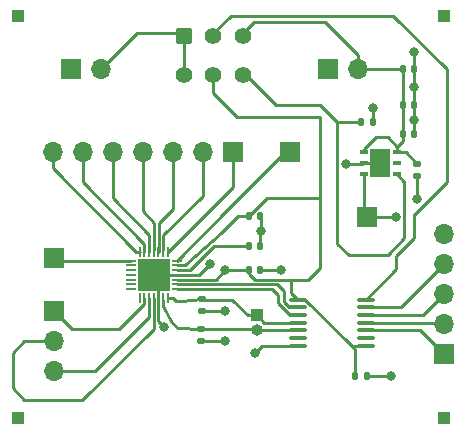
<source format=gbr>
G04 #@! TF.GenerationSoftware,KiCad,Pcbnew,8.0.02-1-dev-30dbafaf7c*
G04 #@! TF.CreationDate,2024-03-27T19:33:33-07:00*
G04 #@! TF.ProjectId,adpd1080_breakoutboard,61647064-3130-4383-905f-627265616b6f,rev?*
G04 #@! TF.SameCoordinates,Original*
G04 #@! TF.FileFunction,Copper,L1,Top*
G04 #@! TF.FilePolarity,Positive*
%FSLAX46Y46*%
G04 Gerber Fmt 4.6, Leading zero omitted, Abs format (unit mm)*
G04 Created by KiCad (PCBNEW 8.0.02-1-dev-30dbafaf7c) date 2024-03-27 19:33:33*
%MOMM*%
%LPD*%
G01*
G04 APERTURE LIST*
G04 Aperture macros list*
%AMRoundRect*
0 Rectangle with rounded corners*
0 $1 Rounding radius*
0 $2 $3 $4 $5 $6 $7 $8 $9 X,Y pos of 4 corners*
0 Add a 4 corners polygon primitive as box body*
4,1,4,$2,$3,$4,$5,$6,$7,$8,$9,$2,$3,0*
0 Add four circle primitives for the rounded corners*
1,1,$1+$1,$2,$3*
1,1,$1+$1,$4,$5*
1,1,$1+$1,$6,$7*
1,1,$1+$1,$8,$9*
0 Add four rect primitives between the rounded corners*
20,1,$1+$1,$2,$3,$4,$5,0*
20,1,$1+$1,$4,$5,$6,$7,0*
20,1,$1+$1,$6,$7,$8,$9,0*
20,1,$1+$1,$8,$9,$2,$3,0*%
G04 Aperture macros list end*
G04 #@! TA.AperFunction,SMDPad,CuDef*
%ADD10R,0.850000X0.200000*%
G04 #@! TD*
G04 #@! TA.AperFunction,SMDPad,CuDef*
%ADD11R,0.200000X0.850000*%
G04 #@! TD*
G04 #@! TA.AperFunction,SMDPad,CuDef*
%ADD12R,2.700000X2.700000*%
G04 #@! TD*
G04 #@! TA.AperFunction,ComponentPad*
%ADD13R,1.700000X1.700000*%
G04 #@! TD*
G04 #@! TA.AperFunction,SMDPad,CuDef*
%ADD14RoundRect,0.135000X0.185000X-0.135000X0.185000X0.135000X-0.185000X0.135000X-0.185000X-0.135000X0*%
G04 #@! TD*
G04 #@! TA.AperFunction,ComponentPad*
%ADD15R,1.000000X1.000000*%
G04 #@! TD*
G04 #@! TA.AperFunction,ComponentPad*
%ADD16O,1.700000X1.700000*%
G04 #@! TD*
G04 #@! TA.AperFunction,ComponentPad*
%ADD17RoundRect,0.250000X-0.450000X-0.450000X0.450000X-0.450000X0.450000X0.450000X-0.450000X0.450000X0*%
G04 #@! TD*
G04 #@! TA.AperFunction,ComponentPad*
%ADD18C,1.400000*%
G04 #@! TD*
G04 #@! TA.AperFunction,SMDPad,CuDef*
%ADD19RoundRect,0.100000X-0.637500X-0.100000X0.637500X-0.100000X0.637500X0.100000X-0.637500X0.100000X0*%
G04 #@! TD*
G04 #@! TA.AperFunction,SMDPad,CuDef*
%ADD20RoundRect,0.140000X0.140000X0.170000X-0.140000X0.170000X-0.140000X-0.170000X0.140000X-0.170000X0*%
G04 #@! TD*
G04 #@! TA.AperFunction,SMDPad,CuDef*
%ADD21R,0.711200X0.406400*%
G04 #@! TD*
G04 #@! TA.AperFunction,SMDPad,CuDef*
%ADD22R,1.752600X2.489200*%
G04 #@! TD*
G04 #@! TA.AperFunction,SMDPad,CuDef*
%ADD23RoundRect,0.140000X-0.140000X-0.170000X0.140000X-0.170000X0.140000X0.170000X-0.140000X0.170000X0*%
G04 #@! TD*
G04 #@! TA.AperFunction,SMDPad,CuDef*
%ADD24RoundRect,0.135000X-0.135000X-0.185000X0.135000X-0.185000X0.135000X0.185000X-0.135000X0.185000X0*%
G04 #@! TD*
G04 #@! TA.AperFunction,ComponentPad*
%ADD25O,1.000000X1.000000*%
G04 #@! TD*
G04 #@! TA.AperFunction,ViaPad*
%ADD26C,0.800000*%
G04 #@! TD*
G04 #@! TA.AperFunction,Conductor*
%ADD27C,0.250000*%
G04 #@! TD*
G04 #@! TA.AperFunction,Conductor*
%ADD28C,0.230000*%
G04 #@! TD*
G04 APERTURE END LIST*
D10*
X36400000Y-45600000D03*
X36400000Y-45200000D03*
X36400000Y-44800000D03*
X36400000Y-44400000D03*
X36400000Y-44000000D03*
X36400000Y-43600000D03*
X36400000Y-43200000D03*
D11*
X35650000Y-42450000D03*
X35250000Y-42450000D03*
X34850000Y-42450000D03*
X34450000Y-42450000D03*
X34050000Y-42450000D03*
X33650000Y-42450000D03*
X33250000Y-42450000D03*
D10*
X32500000Y-43200000D03*
X32500000Y-43600000D03*
X32500000Y-44000000D03*
X32500000Y-44400000D03*
X32500000Y-44800000D03*
X32500000Y-45200000D03*
X32500000Y-45600000D03*
D11*
X33250000Y-46350000D03*
X33650000Y-46350000D03*
X34050000Y-46350000D03*
X34450000Y-46350000D03*
X34850000Y-46350000D03*
X35250000Y-46350000D03*
X35650000Y-46350000D03*
D12*
X34450000Y-44400000D03*
D13*
X52500000Y-39500000D03*
D14*
X38490000Y-50020000D03*
X38490000Y-49000000D03*
D15*
X59000000Y-22500000D03*
D13*
X59000000Y-51120000D03*
D16*
X59000000Y-48580000D03*
X59000000Y-46040000D03*
X59000000Y-43500000D03*
X59000000Y-40960000D03*
D14*
X38500000Y-47500000D03*
X38500000Y-46480000D03*
D13*
X46000000Y-34000000D03*
D17*
X37000000Y-24200000D03*
D18*
X39500000Y-24200000D03*
X42000000Y-24200000D03*
X42000000Y-27500000D03*
X39500000Y-27500000D03*
X37000000Y-27500000D03*
D19*
X46675000Y-46500000D03*
X46675000Y-47150000D03*
X46675000Y-47800000D03*
X46675000Y-48450000D03*
X46675000Y-49100000D03*
X46675000Y-49750000D03*
X46675000Y-50400000D03*
X52400000Y-50400000D03*
X52400000Y-49750000D03*
X52400000Y-49100000D03*
X52400000Y-48450000D03*
X52400000Y-47800000D03*
X52400000Y-47150000D03*
X52400000Y-46500000D03*
D13*
X26000000Y-47475000D03*
D16*
X26000000Y-50015000D03*
X26000000Y-52555000D03*
D20*
X56500000Y-32500000D03*
X55540000Y-32500000D03*
D14*
X56750000Y-36000000D03*
X56750000Y-34980000D03*
D13*
X41125000Y-34000000D03*
D16*
X38585000Y-34000000D03*
X36045000Y-34000000D03*
X33505000Y-34000000D03*
X30965000Y-34000000D03*
X28425000Y-34000000D03*
X25885000Y-34000000D03*
D20*
X56480000Y-27000000D03*
X55520000Y-27000000D03*
D21*
X52250000Y-34000000D03*
X52250000Y-34950001D03*
X52250000Y-35900002D03*
X55044000Y-35900002D03*
X55044000Y-34950001D03*
X55044000Y-34000000D03*
D22*
X53647000Y-34950001D03*
D20*
X56500000Y-30000000D03*
X55540000Y-30000000D03*
D15*
X23000000Y-56500000D03*
D23*
X42520000Y-39400000D03*
X43480000Y-39400000D03*
X42500000Y-42000000D03*
X43460000Y-42000000D03*
X42500000Y-44000000D03*
X43460000Y-44000000D03*
D15*
X59000000Y-56500000D03*
D24*
X51500000Y-53000000D03*
X52520000Y-53000000D03*
D13*
X26000000Y-43000000D03*
X49225000Y-27000000D03*
D16*
X51765000Y-27000000D03*
D15*
X23000000Y-22500000D03*
X43200000Y-47830000D03*
D25*
X43200000Y-49100000D03*
D23*
X52040000Y-31500000D03*
X53000000Y-31500000D03*
D13*
X27450000Y-27000000D03*
D16*
X29990000Y-27000000D03*
D26*
X56500000Y-31250000D03*
X43500000Y-40700000D03*
X43000000Y-51000000D03*
X54500000Y-53000000D03*
X35300000Y-48800000D03*
X45200000Y-44000000D03*
X56500000Y-25500000D03*
X50750000Y-35000000D03*
X53000000Y-30250000D03*
X56500000Y-28500000D03*
X39200000Y-43500000D03*
X55000000Y-39500000D03*
X56750000Y-38000000D03*
X40500000Y-47500000D03*
X40500000Y-44000000D03*
X40500000Y-50000000D03*
D27*
X55540000Y-30000000D02*
X55540000Y-27020000D01*
X53250000Y-32750000D02*
X54247200Y-32750000D01*
X52250000Y-34000000D02*
X52250000Y-33750000D01*
X51765000Y-25765000D02*
X48967500Y-22967500D01*
X51765000Y-27000000D02*
X55520000Y-27000000D01*
X48967500Y-22967500D02*
X42967500Y-22967500D01*
X52250000Y-33750000D02*
X53250000Y-32750000D01*
X55540000Y-33050800D02*
X55540000Y-32500000D01*
X54247200Y-32750000D02*
X55044000Y-33546800D01*
X55044000Y-33546800D02*
X55044000Y-34000000D01*
X55044000Y-34000000D02*
X55770000Y-34000000D01*
X55044000Y-33546800D02*
X55540000Y-33050800D01*
X55540000Y-32500000D02*
X55540000Y-30000000D01*
X42967500Y-22967500D02*
X42000000Y-23935000D01*
X55770000Y-34000000D02*
X56750000Y-34980000D01*
X51765000Y-27000000D02*
X51765000Y-25765000D01*
X56500000Y-28500000D02*
X56500000Y-27020000D01*
X56480000Y-25520000D02*
X56500000Y-25500000D01*
X38100000Y-44400000D02*
X38300000Y-44400000D01*
D28*
X38100000Y-44400000D02*
X36400000Y-44400000D01*
D27*
X52250000Y-34950001D02*
X53647000Y-34950001D01*
X52520000Y-53000000D02*
X54500000Y-53000000D01*
D28*
X36400000Y-44400000D02*
X34450000Y-44400000D01*
D27*
X50750000Y-35000000D02*
X52200001Y-35000000D01*
X34850000Y-48350000D02*
X34850000Y-46350000D01*
X43600000Y-50400000D02*
X46675000Y-50400000D01*
X56500000Y-30000000D02*
X56500000Y-28500000D01*
X43460000Y-40740000D02*
X43500000Y-40700000D01*
X43460000Y-42000000D02*
X43460000Y-40740000D01*
X43500000Y-40700000D02*
X43500000Y-39420000D01*
X53000000Y-31500000D02*
X53000000Y-30250000D01*
X56500000Y-32500000D02*
X56500000Y-31250000D01*
X56480000Y-27000000D02*
X56480000Y-25520000D01*
X43460000Y-44000000D02*
X45200000Y-44000000D01*
X38300000Y-44400000D02*
X39200000Y-43500000D01*
X35300000Y-48800000D02*
X34850000Y-48350000D01*
X34850000Y-46350000D02*
X34850000Y-44800000D01*
X56500000Y-31250000D02*
X56500000Y-30000000D01*
X43600000Y-50400000D02*
X43000000Y-51000000D01*
X54250000Y-42750000D02*
X55677400Y-41322600D01*
X55677400Y-36533402D02*
X55044000Y-35900002D01*
X51000000Y-42750000D02*
X54250000Y-42750000D01*
X44765000Y-30000000D02*
X48500000Y-30000000D01*
X52040000Y-31500000D02*
X50000000Y-31500000D01*
X50000000Y-31500000D02*
X50000000Y-41750000D01*
X50000000Y-41750000D02*
X51000000Y-42750000D01*
X42000000Y-27235000D02*
X44765000Y-30000000D01*
X48500000Y-30000000D02*
X50000000Y-31500000D01*
X55677400Y-41322600D02*
X55677400Y-36533402D01*
X35272600Y-41000000D02*
X35272600Y-42258320D01*
X35272600Y-41000000D02*
X38585000Y-37687600D01*
X38585000Y-34000000D02*
X38585000Y-37687600D01*
X40650000Y-38950000D02*
X40900000Y-38700000D01*
X40900000Y-38760000D02*
X40900000Y-38700000D01*
X36400000Y-43200000D02*
X40650000Y-38950000D01*
X40650000Y-38950000D02*
X45600000Y-34000000D01*
D28*
X33642800Y-46877200D02*
X33642800Y-46350000D01*
D27*
X27545000Y-49020000D02*
X26000000Y-47475000D01*
X31500000Y-49020000D02*
X33642800Y-46877200D01*
X31500000Y-49020000D02*
X27545000Y-49020000D01*
X32500000Y-43200000D02*
X26200000Y-43200000D01*
X41125000Y-36975000D02*
X41125000Y-34000000D01*
X35650000Y-42450000D02*
X41050000Y-37050000D01*
X41050000Y-37050000D02*
X41125000Y-36975000D01*
X28415200Y-55000000D02*
X23500000Y-55000000D01*
X34447600Y-48967600D02*
X28415200Y-55000000D01*
X23485000Y-50015000D02*
X26000000Y-50015000D01*
X23500000Y-55000000D02*
X22500000Y-54000000D01*
D28*
X34447600Y-48967600D02*
X34447600Y-46350000D01*
D27*
X22500000Y-51000000D02*
X23485000Y-50015000D01*
X22500000Y-54000000D02*
X22500000Y-51000000D01*
X36500000Y-48909769D02*
X36000000Y-48500000D01*
X38490000Y-49000000D02*
X36500000Y-48909769D01*
X42900000Y-49000000D02*
X38490000Y-49000000D01*
X43000000Y-49100000D02*
X42900000Y-49000000D01*
X43200000Y-49100000D02*
X43000000Y-49100000D01*
X36000000Y-48500000D02*
X35252400Y-47032200D01*
X35252400Y-47032200D02*
X35252400Y-46516680D01*
X43200000Y-49100000D02*
X46675000Y-49100000D01*
X34870200Y-40833320D02*
X34875001Y-40828519D01*
X34875001Y-39997599D02*
X36045000Y-38827600D01*
X34875001Y-40828519D02*
X34875001Y-39997599D01*
X34870200Y-42429800D02*
X34870200Y-40833320D01*
X34850000Y-42450000D02*
X34870200Y-42429800D01*
X34872600Y-42427400D02*
X34850000Y-42450000D01*
X36045000Y-38827600D02*
X36045000Y-34000000D01*
X29485000Y-52555000D02*
X26000000Y-52555000D01*
D28*
X34050000Y-47990000D02*
X34050000Y-46350000D01*
D27*
X34050000Y-47990000D02*
X29485000Y-52555000D01*
X28425000Y-36545200D02*
X33650000Y-41770200D01*
D28*
X33650000Y-42450000D02*
X33650000Y-41770200D01*
D27*
X28425000Y-34000000D02*
X28425000Y-36545200D01*
X32950000Y-42450000D02*
X33250000Y-42450000D01*
X25885000Y-35385000D02*
X32950000Y-42450000D01*
X25885000Y-34000000D02*
X25885000Y-35385000D01*
X46675000Y-47800000D02*
X46018421Y-47800000D01*
X44502400Y-45602400D02*
X36400000Y-45602400D01*
X46018421Y-47800000D02*
X45000000Y-46781579D01*
X45000000Y-46100000D02*
X44502400Y-45602400D01*
X45000000Y-46781579D02*
X45000000Y-46100000D01*
X43820000Y-48450000D02*
X46675000Y-48450000D01*
X43200000Y-47830000D02*
X42430000Y-47830000D01*
X36050000Y-46350000D02*
X36300000Y-46600000D01*
X35650000Y-46350000D02*
X36050000Y-46350000D01*
X36800000Y-46600000D02*
X38500000Y-46480000D01*
X43200000Y-47830000D02*
X43820000Y-48450000D01*
X42430000Y-47830000D02*
X41100000Y-46500000D01*
X41100000Y-46500000D02*
X38500000Y-46500000D01*
X36300000Y-46600000D02*
X36800000Y-46600000D01*
X45500000Y-46712499D02*
X45500000Y-45800000D01*
D28*
X42600000Y-45200000D02*
X36400000Y-45200000D01*
D27*
X44900000Y-45200000D02*
X42600000Y-45200000D01*
X45937501Y-47150000D02*
X45500000Y-46712499D01*
X45500000Y-45800000D02*
X44900000Y-45200000D01*
X46675000Y-47150000D02*
X45937501Y-47150000D01*
X33505000Y-39032400D02*
X33505000Y-34000000D01*
D28*
X34472600Y-40000000D02*
X34472600Y-42258320D01*
D27*
X34472600Y-40000000D02*
X33505000Y-39032400D01*
D28*
X34072600Y-42427400D02*
X34072600Y-41000000D01*
D27*
X30965000Y-37892400D02*
X34072600Y-41000000D01*
X30965000Y-34000000D02*
X30965000Y-37892400D01*
X34050000Y-42450000D02*
X34072600Y-42427400D01*
X37000000Y-27235000D02*
X37000000Y-23935000D01*
X33055000Y-23935000D02*
X29990000Y-27000000D01*
X33055000Y-23935000D02*
X37000000Y-23935000D01*
X52400000Y-47800000D02*
X57240000Y-47800000D01*
X57240000Y-47800000D02*
X59000000Y-46040000D01*
X55350000Y-47150000D02*
X52400000Y-47150000D01*
X55350000Y-47150000D02*
X59000000Y-43500000D01*
X52250000Y-35900002D02*
X52250000Y-39250000D01*
X52500000Y-39500000D02*
X55000000Y-39500000D01*
X56750000Y-38000000D02*
X56750000Y-36000000D01*
X56980000Y-49100000D02*
X59000000Y-51120000D01*
X52400000Y-49100000D02*
X56980000Y-49100000D01*
X46100000Y-44797599D02*
X46100000Y-45925000D01*
X40480000Y-50020000D02*
X40500000Y-50000000D01*
X41552104Y-39400000D02*
X40126052Y-40826052D01*
X48500000Y-43800000D02*
X48500000Y-43500000D01*
X42500000Y-44000000D02*
X40500000Y-44000000D01*
D28*
X37077400Y-43602400D02*
X36400000Y-43602400D01*
D27*
X51500000Y-50675000D02*
X51500000Y-53000000D01*
X41500000Y-31000000D02*
X48500000Y-31000000D01*
X39700000Y-44800000D02*
X38500000Y-44800000D01*
X48500000Y-31000000D02*
X48500000Y-37900000D01*
X52400000Y-50400000D02*
X51198994Y-50400000D01*
X39500000Y-27235000D02*
X39500000Y-29000000D01*
X51198994Y-50400000D02*
X50949497Y-50150503D01*
X42500000Y-44300000D02*
X42997599Y-44797599D01*
D28*
X36400000Y-44800000D02*
X38500000Y-44800000D01*
X38000000Y-42679800D02*
X37077400Y-43602400D01*
D27*
X42997599Y-44797599D02*
X46100000Y-44797599D01*
X46100000Y-44797599D02*
X47502401Y-44797599D01*
X50949497Y-50150503D02*
X51473994Y-50675000D01*
X47298994Y-46500000D02*
X50949497Y-50150503D01*
X42520000Y-39400000D02*
X44020000Y-37900000D01*
X38490000Y-50020000D02*
X40480000Y-50020000D01*
X40500000Y-44000000D02*
X39700000Y-44800000D01*
X39500000Y-29000000D02*
X41500000Y-31000000D01*
X47502401Y-44797599D02*
X48500000Y-43800000D01*
X38000000Y-42679800D02*
X40126052Y-40826052D01*
X42520000Y-39400000D02*
X41552104Y-39400000D01*
X44020000Y-37900000D02*
X48500000Y-37900000D01*
X48500000Y-37900000D02*
X48500000Y-43500000D01*
X46100000Y-45925000D02*
X46675000Y-46500000D01*
X46675000Y-46500000D02*
X47298994Y-46500000D01*
X38500000Y-47500000D02*
X40500000Y-47500000D01*
X51473994Y-50675000D02*
X51500000Y-50675000D01*
X42500000Y-44000000D02*
X42500000Y-44300000D01*
X54975000Y-43925000D02*
X54975000Y-42775000D01*
X56534540Y-39250000D02*
X59284540Y-36500000D01*
X59284540Y-36500000D02*
X59284540Y-27002040D01*
X54975000Y-42775000D02*
X56500000Y-41250000D01*
X56500000Y-39250000D02*
X56534540Y-39250000D01*
X59284540Y-27002040D02*
X54750000Y-22467500D01*
X52400000Y-46500000D02*
X54975000Y-43925000D01*
X40967500Y-22467500D02*
X39500000Y-23935000D01*
X56500000Y-41250000D02*
X56500000Y-39250000D01*
X54750000Y-22467500D02*
X40967500Y-22467500D01*
X58870000Y-48450000D02*
X59000000Y-48580000D01*
X52400000Y-48450000D02*
X58870000Y-48450000D01*
X37542011Y-44000000D02*
X39542010Y-42000000D01*
X36400000Y-44000000D02*
X37542011Y-44000000D01*
X42540000Y-42000000D02*
X39542010Y-42000000D01*
M02*

</source>
